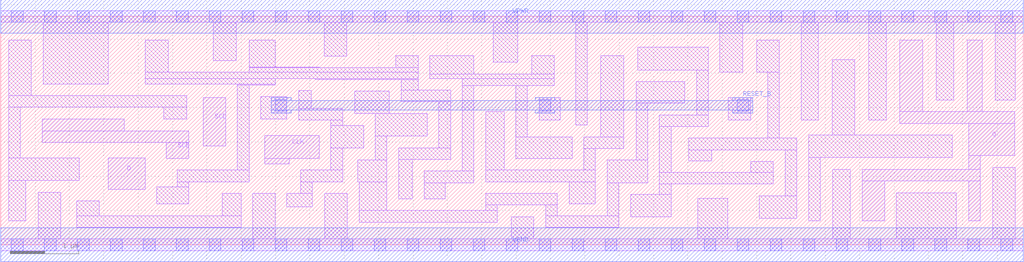
<source format=lef>
# Copyright 2020 The SkyWater PDK Authors
#
# Licensed under the Apache License, Version 2.0 (the "License");
# you may not use this file except in compliance with the License.
# You may obtain a copy of the License at
#
#     https://www.apache.org/licenses/LICENSE-2.0
#
# Unless required by applicable law or agreed to in writing, software
# distributed under the License is distributed on an "AS IS" BASIS,
# WITHOUT WARRANTIES OR CONDITIONS OF ANY KIND, either express or implied.
# See the License for the specific language governing permissions and
# limitations under the License.
#
# SPDX-License-Identifier: Apache-2.0

VERSION 5.5 ;
NAMESCASESENSITIVE ON ;
BUSBITCHARS "[]" ;
DIVIDERCHAR "/" ;
MACRO sky130_fd_sc_ls__sdfrtp_4
  CLASS CORE ;
  SOURCE USER ;
  ORIGIN  0.000000  0.000000 ;
  SIZE  14.88000 BY  3.330000 ;
  SYMMETRY X Y R90 ;
  SITE unit ;
  PIN D
    ANTENNAGATEAREA  0.159000 ;
    DIRECTION INPUT ;
    USE SIGNAL ;
    PORT
      LAYER li1 ;
        RECT 1.565000 0.810000 2.100000 1.265000 ;
    END
  END D
  PIN Q
    ANTENNADIFFAREA  1.086400 ;
    DIRECTION OUTPUT ;
    USE SIGNAL ;
    PORT
      LAYER li1 ;
        RECT 12.535000 0.350000 12.865000 0.930000 ;
        RECT 12.535000 0.930000 14.255000 1.100000 ;
        RECT 13.085000 1.770000 14.755000 1.940000 ;
        RECT 13.085000 1.940000 13.415000 2.980000 ;
        RECT 14.065000 1.940000 14.280000 2.980000 ;
        RECT 14.085000 0.350000 14.255000 0.930000 ;
        RECT 14.085000 1.100000 14.255000 1.300000 ;
        RECT 14.085000 1.300000 14.755000 1.770000 ;
    END
  END Q
  PIN RESET_B
    ANTENNAGATEAREA  0.411000 ;
    DIRECTION INPUT ;
    USE SIGNAL ;
    PORT
      LAYER met1 ;
        RECT  3.935000 1.920000  4.225000 1.965000 ;
        RECT  3.935000 1.965000 10.945000 2.105000 ;
        RECT  3.935000 2.105000  4.225000 2.150000 ;
        RECT  7.775000 1.920000  8.065000 1.965000 ;
        RECT  7.775000 2.105000  8.065000 2.150000 ;
        RECT 10.655000 1.920000 10.945000 1.965000 ;
        RECT 10.655000 2.105000 10.945000 2.150000 ;
    END
  END RESET_B
  PIN SCD
    ANTENNAGATEAREA  0.159000 ;
    DIRECTION INPUT ;
    USE SIGNAL ;
    PORT
      LAYER li1 ;
        RECT 2.945000 1.440000 3.275000 2.150000 ;
    END
  END SCD
  PIN SCE
    ANTENNAGATEAREA  0.318000 ;
    DIRECTION INPUT ;
    USE SIGNAL ;
    PORT
      LAYER li1 ;
        RECT 0.605000 1.490000 2.735000 1.660000 ;
        RECT 0.605000 1.660000 1.795000 1.835000 ;
        RECT 2.405000 1.260000 2.735000 1.490000 ;
    END
  END SCE
  PIN CLK
    ANTENNAGATEAREA  0.261000 ;
    DIRECTION INPUT ;
    USE CLOCK ;
    PORT
      LAYER li1 ;
        RECT 3.840000 1.180000 4.195000 1.260000 ;
        RECT 3.840000 1.260000 4.635000 1.590000 ;
    END
  END CLK
  PIN VGND
    DIRECTION INOUT ;
    SHAPE ABUTMENT ;
    USE GROUND ;
    PORT
      LAYER met1 ;
        RECT 0.000000 -0.245000 14.880000 0.245000 ;
    END
  END VGND
  PIN VNB
    DIRECTION INOUT ;
    USE GROUND ;
    PORT
    END
  END VNB
  PIN VPB
    DIRECTION INOUT ;
    USE POWER ;
    PORT
    END
  END VPB
  PIN VPWR
    DIRECTION INOUT ;
    SHAPE ABUTMENT ;
    USE POWER ;
    PORT
      LAYER met1 ;
        RECT 0.000000 3.085000 14.880000 3.575000 ;
    END
  END VPWR
  OBS
    LAYER li1 ;
      RECT  0.000000 -0.085000 14.880000 0.085000 ;
      RECT  0.000000  3.245000 14.880000 3.415000 ;
      RECT  0.115000  0.350000  0.365000 0.935000 ;
      RECT  0.115000  0.935000  1.140000 1.265000 ;
      RECT  0.115000  1.265000  0.285000 2.005000 ;
      RECT  0.115000  2.005000  2.705000 2.175000 ;
      RECT  0.115000  2.175000  0.445000 2.980000 ;
      RECT  0.545000  0.085000  0.875000 0.765000 ;
      RECT  0.615000  2.345000  1.565000 3.245000 ;
      RECT  1.105000  0.255000  3.500000 0.425000 ;
      RECT  1.105000  0.425000  1.435000 0.640000 ;
      RECT  2.105000  2.345000  3.995000 2.420000 ;
      RECT  2.105000  2.420000  6.075000 2.515000 ;
      RECT  2.105000  2.515000  2.435000 2.980000 ;
      RECT  2.270000  0.595000  2.735000 0.845000 ;
      RECT  2.375000  1.830000  2.705000 2.005000 ;
      RECT  2.565000  0.845000  2.735000 0.920000 ;
      RECT  2.565000  0.920000  3.615000 1.090000 ;
      RECT  3.095000  2.685000  3.425000 3.245000 ;
      RECT  3.225000  0.425000  3.500000 0.750000 ;
      RECT  3.445000  1.090000  3.615000 2.330000 ;
      RECT  3.445000  2.330000  3.995000 2.345000 ;
      RECT  3.615000  2.515000  6.075000 2.580000 ;
      RECT  3.615000  2.580000  4.645000 2.590000 ;
      RECT  3.615000  2.590000  3.995000 2.980000 ;
      RECT  3.670000  0.085000  3.995000 0.750000 ;
      RECT  3.785000  1.830000  4.165000 2.160000 ;
      RECT  4.165000  0.550000  4.535000 0.750000 ;
      RECT  4.335000  1.820000  4.975000 1.990000 ;
      RECT  4.335000  1.990000  4.515000 2.250000 ;
      RECT  4.365000  0.750000  4.535000 0.920000 ;
      RECT  4.365000  0.920000  4.975000 1.090000 ;
      RECT  4.580000  2.410000  6.075000 2.420000 ;
      RECT  4.705000  2.750000  5.035000 3.245000 ;
      RECT  4.715000  0.085000  5.045000 0.750000 ;
      RECT  4.805000  1.090000  4.975000 1.410000 ;
      RECT  4.805000  1.410000  5.280000 1.740000 ;
      RECT  4.805000  1.740000  4.975000 1.820000 ;
      RECT  5.155000  1.910000  6.205000 1.915000 ;
      RECT  5.155000  1.915000  5.655000 2.240000 ;
      RECT  5.195000  0.920000  5.620000 1.240000 ;
      RECT  5.215000  0.330000  7.225000 0.500000 ;
      RECT  5.215000  0.500000  5.620000 0.920000 ;
      RECT  5.450000  1.240000  5.620000 1.585000 ;
      RECT  5.450000  1.585000  6.205000 1.910000 ;
      RECT  5.745000  2.580000  6.075000 2.755000 ;
      RECT  5.790000  0.670000  5.990000 1.245000 ;
      RECT  5.790000  1.245000  6.545000 1.415000 ;
      RECT  5.825000  2.085000  6.545000 2.255000 ;
      RECT  5.825000  2.255000  6.075000 2.410000 ;
      RECT  6.160000  0.670000  6.470000 0.905000 ;
      RECT  6.160000  0.905000  6.885000 1.075000 ;
      RECT  6.245000  2.425000  8.055000 2.490000 ;
      RECT  6.245000  2.490000  6.885000 2.755000 ;
      RECT  6.375000  1.415000  6.545000 2.085000 ;
      RECT  6.715000  1.075000  6.885000 2.320000 ;
      RECT  6.715000  2.320000  8.055000 2.425000 ;
      RECT  7.055000  0.500000  7.225000 0.580000 ;
      RECT  7.055000  0.580000  8.100000 0.750000 ;
      RECT  7.055000  0.920000  8.655000 1.090000 ;
      RECT  7.055000  1.090000  7.325000 1.945000 ;
      RECT  7.170000  2.660000  7.520000 3.245000 ;
      RECT  7.430000  0.085000  7.760000 0.410000 ;
      RECT  7.495000  1.260000  8.315000 1.575000 ;
      RECT  7.495000  1.575000  7.665000 2.320000 ;
      RECT  7.725000  2.490000  8.055000 2.755000 ;
      RECT  7.835000  1.820000  8.145000 2.150000 ;
      RECT  7.930000  0.255000  8.995000 0.425000 ;
      RECT  7.930000  0.425000  8.100000 0.580000 ;
      RECT  8.270000  0.595000  8.655000 0.920000 ;
      RECT  8.365000  1.745000  8.535000 3.245000 ;
      RECT  8.485000  1.090000  8.655000 1.405000 ;
      RECT  8.485000  1.405000  9.065000 1.575000 ;
      RECT  8.735000  1.575000  9.065000 2.755000 ;
      RECT  8.825000  0.425000  8.995000 0.905000 ;
      RECT  8.825000  0.905000  9.415000 1.235000 ;
      RECT  9.165000  0.405000  9.755000 0.735000 ;
      RECT  9.245000  1.235000  9.415000 2.065000 ;
      RECT  9.245000  2.065000  9.955000 2.380000 ;
      RECT  9.270000  2.550000 10.295000 2.880000 ;
      RECT  9.585000  0.735000  9.755000 0.885000 ;
      RECT  9.585000  0.885000 11.245000 1.055000 ;
      RECT  9.585000  1.055000  9.755000 1.725000 ;
      RECT  9.585000  1.725000 10.295000 1.895000 ;
      RECT 10.015000  1.225000 10.345000 1.385000 ;
      RECT 10.015000  1.385000 11.585000 1.555000 ;
      RECT 10.125000  1.895000 10.295000 2.550000 ;
      RECT 10.140000  0.085000 10.580000 0.680000 ;
      RECT 10.465000  2.520000 10.795000 3.245000 ;
      RECT 10.585000  1.820000 10.915000 2.150000 ;
      RECT 10.915000  1.055000 11.245000 1.215000 ;
      RECT 11.000000  2.520000 11.330000 2.980000 ;
      RECT 11.040000  0.385000 11.585000 0.715000 ;
      RECT 11.160000  1.555000 11.330000 2.520000 ;
      RECT 11.415000  0.715000 11.585000 1.385000 ;
      RECT 11.650000  1.820000 11.900000 3.245000 ;
      RECT 11.755000  0.350000 11.925000 1.270000 ;
      RECT 11.755000  1.270000 13.850000 1.600000 ;
      RECT 12.100000  1.600000 12.430000 2.700000 ;
      RECT 12.105000  0.085000 12.365000 1.100000 ;
      RECT 12.635000  1.820000 12.885000 3.245000 ;
      RECT 13.035000  0.085000 13.905000 0.760000 ;
      RECT 13.615000  2.110000 13.865000 3.245000 ;
      RECT 14.435000  0.085000 14.765000 1.130000 ;
      RECT 14.470000  2.110000 14.765000 3.245000 ;
    LAYER mcon ;
      RECT  0.155000 -0.085000  0.325000 0.085000 ;
      RECT  0.155000  3.245000  0.325000 3.415000 ;
      RECT  0.635000 -0.085000  0.805000 0.085000 ;
      RECT  0.635000  3.245000  0.805000 3.415000 ;
      RECT  1.115000 -0.085000  1.285000 0.085000 ;
      RECT  1.115000  3.245000  1.285000 3.415000 ;
      RECT  1.595000 -0.085000  1.765000 0.085000 ;
      RECT  1.595000  3.245000  1.765000 3.415000 ;
      RECT  2.075000 -0.085000  2.245000 0.085000 ;
      RECT  2.075000  3.245000  2.245000 3.415000 ;
      RECT  2.555000 -0.085000  2.725000 0.085000 ;
      RECT  2.555000  3.245000  2.725000 3.415000 ;
      RECT  3.035000 -0.085000  3.205000 0.085000 ;
      RECT  3.035000  3.245000  3.205000 3.415000 ;
      RECT  3.515000 -0.085000  3.685000 0.085000 ;
      RECT  3.515000  3.245000  3.685000 3.415000 ;
      RECT  3.995000 -0.085000  4.165000 0.085000 ;
      RECT  3.995000  1.950000  4.165000 2.120000 ;
      RECT  3.995000  3.245000  4.165000 3.415000 ;
      RECT  4.475000 -0.085000  4.645000 0.085000 ;
      RECT  4.475000  3.245000  4.645000 3.415000 ;
      RECT  4.955000 -0.085000  5.125000 0.085000 ;
      RECT  4.955000  3.245000  5.125000 3.415000 ;
      RECT  5.435000 -0.085000  5.605000 0.085000 ;
      RECT  5.435000  3.245000  5.605000 3.415000 ;
      RECT  5.915000 -0.085000  6.085000 0.085000 ;
      RECT  5.915000  3.245000  6.085000 3.415000 ;
      RECT  6.395000 -0.085000  6.565000 0.085000 ;
      RECT  6.395000  3.245000  6.565000 3.415000 ;
      RECT  6.875000 -0.085000  7.045000 0.085000 ;
      RECT  6.875000  3.245000  7.045000 3.415000 ;
      RECT  7.355000 -0.085000  7.525000 0.085000 ;
      RECT  7.355000  3.245000  7.525000 3.415000 ;
      RECT  7.835000 -0.085000  8.005000 0.085000 ;
      RECT  7.835000  1.950000  8.005000 2.120000 ;
      RECT  7.835000  3.245000  8.005000 3.415000 ;
      RECT  8.315000 -0.085000  8.485000 0.085000 ;
      RECT  8.315000  3.245000  8.485000 3.415000 ;
      RECT  8.795000 -0.085000  8.965000 0.085000 ;
      RECT  8.795000  3.245000  8.965000 3.415000 ;
      RECT  9.275000 -0.085000  9.445000 0.085000 ;
      RECT  9.275000  3.245000  9.445000 3.415000 ;
      RECT  9.755000 -0.085000  9.925000 0.085000 ;
      RECT  9.755000  3.245000  9.925000 3.415000 ;
      RECT 10.235000 -0.085000 10.405000 0.085000 ;
      RECT 10.235000  3.245000 10.405000 3.415000 ;
      RECT 10.715000 -0.085000 10.885000 0.085000 ;
      RECT 10.715000  1.950000 10.885000 2.120000 ;
      RECT 10.715000  3.245000 10.885000 3.415000 ;
      RECT 11.195000 -0.085000 11.365000 0.085000 ;
      RECT 11.195000  3.245000 11.365000 3.415000 ;
      RECT 11.675000 -0.085000 11.845000 0.085000 ;
      RECT 11.675000  3.245000 11.845000 3.415000 ;
      RECT 12.155000 -0.085000 12.325000 0.085000 ;
      RECT 12.155000  3.245000 12.325000 3.415000 ;
      RECT 12.635000 -0.085000 12.805000 0.085000 ;
      RECT 12.635000  3.245000 12.805000 3.415000 ;
      RECT 13.115000 -0.085000 13.285000 0.085000 ;
      RECT 13.115000  3.245000 13.285000 3.415000 ;
      RECT 13.595000 -0.085000 13.765000 0.085000 ;
      RECT 13.595000  3.245000 13.765000 3.415000 ;
      RECT 14.075000 -0.085000 14.245000 0.085000 ;
      RECT 14.075000  3.245000 14.245000 3.415000 ;
      RECT 14.555000 -0.085000 14.725000 0.085000 ;
      RECT 14.555000  3.245000 14.725000 3.415000 ;
  END
END sky130_fd_sc_ls__sdfrtp_4
END LIBRARY

</source>
